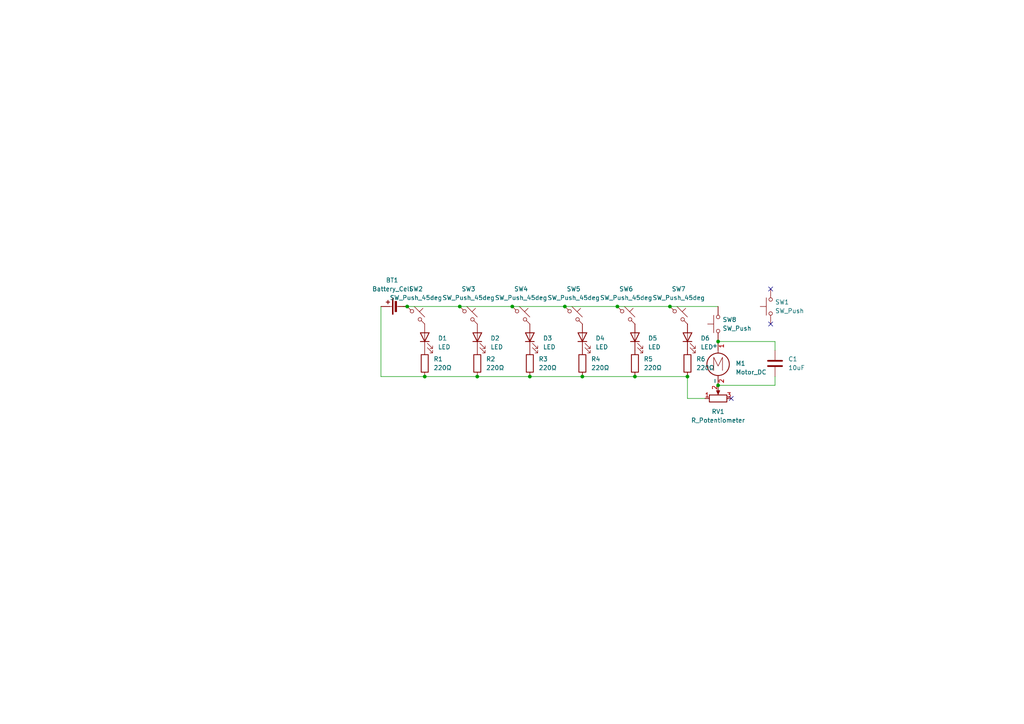
<source format=kicad_sch>
(kicad_sch (version 20231120) (generator "eeschema") (generator_version "8.0")
  (paper "A4")
  (lib_symbols
    (symbol "Device:Battery_Cell" (pin_numbers hide) (pin_names (offset 0) hide)
      (property "Reference" "BT" (at 2.54 2.54 0))
      (property "Value" "Battery_Cell" (at 2.54 0 0))
      (symbol "Battery_Cell_0_1"
        (rectangle (start -2.286 1.778) (end 2.286 1.524) (fill (type outline)))
        (rectangle (start -1.524 1.016) (end 1.524 0.508) (fill (type outline)))
        (polyline (pts (xy 0 0.762) (xy 0 0)))
        (polyline (pts (xy 0 1.778) (xy 0 2.54)))
        (polyline (pts (xy 0.762 3.048) (xy 1.778 3.048)) (stroke (width 0.254)))
        (polyline (pts (xy 1.27 3.556) (xy 1.27 2.54)) (stroke (width 0.254)))
      )
      (symbol "Battery_Cell_1_1"
        (pin passive line (at 0 5.08 270) (length 2.54) (name "+") (number "1"))
        (pin passive line (at 0 -2.54 90) (length 2.54) (name "-") (number "2"))
      )
    )
    (symbol "Device:C" (pin_numbers hide) (pin_names (offset 0.254))
      (property "Reference" "C" (at 0.635 2.54 0))
      (property "Value" "C" (at 0.635 -2.54 0))
      (symbol "C_0_1"
        (polyline (pts (xy -2.032 -0.762) (xy 2.032 -0.762)) (stroke (width 0.508)))
        (polyline (pts (xy -2.032 0.762) (xy 2.032 0.762)) (stroke (width 0.508)))
      )
      (symbol "C_1_1"
        (pin passive line (at 0 3.81 270) (length 2.794) (name "~") (number "1"))
        (pin passive line (at 0 -3.81 90) (length 2.794) (name "~") (number "2"))
      )
    )
    (symbol "Device:LED" (pin_numbers hide) (pin_names (offset 1.016) hide)
      (property "Reference" "D" (at 0 2.54 0))
      (property "Value" "LED" (at 0 -2.54 0))
      (symbol "LED_0_1"
        (polyline (pts (xy -1.27 -1.27) (xy -1.27 1.27)) (stroke (width 0.254)))
        (polyline (pts (xy -1.27 0) (xy 1.27 0)))
        (polyline (pts (xy 1.27 -1.27) (xy 1.27 1.27) (xy -1.27 0) (xy 1.27 -1.27)) (stroke (width 0.254)))
        (polyline (pts (xy -3.048 -0.762) (xy -4.572 -2.286) (xy -3.81 -2.286) (xy -4.572 -2.286) (xy -4.572 -1.524)))
        (polyline (pts (xy -1.778 -0.762) (xy -3.302 -2.286) (xy -2.54 -2.286) (xy -3.302 -2.286) (xy -3.302 -1.524)))
      )
      (symbol "LED_1_1"
        (pin passive line (at -3.81 0 0) (length 2.54) (name "K") (number "1"))
        (pin passive line (at 3.81 0 180) (length 2.54) (name "A") (number "2"))
      )
    )
    (symbol "Device:R" (pin_numbers hide) (pin_names (offset 0))
      (property "Reference" "R" (at 2.032 0 90))
      (property "Value" "R" (at 0 0 90))
      (symbol "R_0_1"
        (rectangle (start -1.016 -2.54) (end 1.016 2.54) (stroke (width 0.254)))
      )
      (symbol "R_1_1"
        (pin passive line (at 0 3.81 270) (length 1.27) (name "~") (number "1"))
        (pin passive line (at 0 -3.81 90) (length 1.27) (name "~") (number "2"))
      )
    )
    (symbol "Device:R_Potentiometer" (pin_names (offset 1.016) hide)
      (property "Reference" "RV" (at -4.445 0 90))
      (property "Value" "R_Potentiometer" (at -2.54 0 90))
      (symbol "R_Potentiometer_0_1"
        (polyline (pts (xy 2.54 0) (xy 1.524 0)))
        (polyline (pts (xy 1.143 0) (xy 2.286 0.508) (xy 2.286 -0.508) (xy 1.143 0)) (fill (type outline)))
        (rectangle (start 1.016 2.54) (end -1.016 -2.54) (stroke (width 0.254)))
      )
      (symbol "R_Potentiometer_1_1"
        (pin passive line (at 0 3.81 270) (length 1.27) (name "1") (number "1"))
        (pin passive line (at 3.81 0 180) (length 1.27) (name "2") (number "2"))
        (pin passive line (at 0 -3.81 90) (length 1.27) (name "3") (number "3"))
      )
    )
    (symbol "Motor:Motor_DC" (pin_names (offset 0))
      (property "Reference" "M" (at 2.54 2.54 0))
      (property "Value" "Motor_DC" (at 2.54 -5.08 0))
      (symbol "Motor_DC_0_0"
        (polyline (pts (xy -1.27 -3.302) (xy -1.27 0.508) (xy 0 -2.032) (xy 1.27 0.508) (xy 1.27 -3.302)))
      )
      (symbol "Motor_DC_0_1"
        (circle (center 0 -1.524) (radius 3.2512) (stroke (width 0.254)))
        (polyline (pts (xy 0 -7.62) (xy 0 -7.112)))
        (polyline (pts (xy 0 -4.7752) (xy 0 -5.1816)))
        (polyline (pts (xy 0 1.7272) (xy 0 2.0828)))
        (polyline (pts (xy 0 2.032) (xy 0 2.54)))
      )
      (symbol "Motor_DC_1_1"
        (pin passive line (at 0 5.08 270) (length 2.54) (name "+") (number "1"))
        (pin passive line (at 0 -7.62 90) (length 2.54) (name "-") (number "2"))
      )
    )
    (symbol "Switch:SW_Push" (pin_numbers hide) (pin_names (offset 1.016) hide)
      (property "Reference" "SW" (at 1.27 2.54 0))
      (property "Value" "SW_Push" (at 0 -1.524 0))
      (symbol "SW_Push_0_1"
        (circle (center -2.032 0) (radius 0.508))
        (polyline (pts (xy 0 1.27) (xy 0 3.048)))
        (polyline (pts (xy 2.54 1.27) (xy -2.54 1.27)))
        (circle (center 2.032 0) (radius 0.508))
        (pin passive line (at -5.08 0 0) (length 2.54) (name "1") (number "1"))
        (pin passive line (at 5.08 0 180) (length 2.54) (name "2") (number "2"))
      )
    )
    (symbol "Switch:SW_Push_45deg" (pin_numbers hide) (pin_names (offset 1.016) hide)
      (property "Reference" "SW" (at 3.048 1.016 0))
      (property "Value" "SW_Push_45deg" (at 0 -3.81 0))
      (symbol "SW_Push_45deg_0_1"
        (circle (center -1.1684 1.1684) (radius 0.508))
        (polyline (pts (xy -0.508 2.54) (xy 2.54 -0.508)))
        (polyline (pts (xy 1.016 1.016) (xy 2.032 2.032)))
        (polyline (pts (xy -2.54 2.54) (xy -1.524 1.524) (xy -1.524 1.524)))
        (polyline (pts (xy 1.524 -1.524) (xy 2.54 -2.54) (xy 2.54 -2.54) (xy 2.54 -2.54)))
        (circle (center 1.143 -1.1938) (radius 0.508))
        (pin passive line (at -2.54 2.54 0) (length 0) (name "1") (number "1"))
        (pin passive line (at 2.54 -2.54 180) (length 0) (name "2") (number "2"))
      )
    )
  )
  (junction (at 148.59 88.9))
  (junction (at 168.91 109.22))
  (junction (at 208.28 99.06))
  (junction (at 194.31 88.9))
  (junction (at 179.07 88.9))
  (junction (at 184.15 109.22))
  (junction (at 133.35 88.9))
  (junction (at 118.11 88.9))
  (junction (at 138.43 109.22))
  (junction (at 123.19 109.22))
  (junction (at 199.39 109.22))
  (junction (at 208.28 111.76))
  (junction (at 153.67 109.22))
  (junction (at 163.83 88.9))
  (no_connect (at 212.09 115.57))
  (no_connect (at 223.52 93.98))
  (no_connect (at 223.52 83.82))
  (wire (pts (xy 133.35 88.9) (xy 148.59 88.9)))
  (wire (pts (xy 163.83 88.9) (xy 179.07 88.9)))
  (wire (pts (xy 208.28 111.76) (xy 224.79 111.76)))
  (wire (pts (xy 184.15 109.22) (xy 168.91 109.22)))
  (wire (pts (xy 194.31 88.9) (xy 208.28 88.9)))
  (wire (pts (xy 224.79 99.06) (xy 224.79 101.6)))
  (wire (pts (xy 118.11 88.9) (xy 133.35 88.9)))
  (wire (pts (xy 153.67 109.22) (xy 138.43 109.22)))
  (wire (pts (xy 110.49 88.9) (xy 110.49 109.22)))
  (wire (pts (xy 123.19 109.22) (xy 110.49 109.22)))
  (wire (pts (xy 148.59 88.9) (xy 163.83 88.9)))
  (wire (pts (xy 116.84 88.9) (xy 118.11 88.9)))
  (wire (pts (xy 138.43 109.22) (xy 123.19 109.22)))
  (wire (pts (xy 204.47 115.57) (xy 199.39 115.57)))
  (wire (pts (xy 168.91 109.22) (xy 153.67 109.22)))
  (wire (pts (xy 179.07 88.9) (xy 194.31 88.9)))
  (wire (pts (xy 208.28 99.06) (xy 224.79 99.06)))
  (wire (pts (xy 224.79 109.22) (xy 224.79 111.76)))
  (wire (pts (xy 199.39 109.22) (xy 199.39 115.57)))
  (wire (pts (xy 199.39 109.22) (xy 184.15 109.22)))
  (symbol (lib_id "Device:LED") (at 184.15 97.79 90) (unit 1)
    (property "Reference" "D5" (at 187.96 98.1074 90) (effects (justify right)))
    (property "Value" "LED" (at 187.96 100.6474 90) (effects (justify right)))
    (property "Footprint" "LED_THT:LED_D5.0mm" (effects (hide yes)))
    (property "Description" "Light emitting diode" (effects (hide yes)))
  )
  (symbol (lib_id "Device:LED") (at 123.19 97.79 90) (unit 1)
    (property "Reference" "D1" (at 127 98.1074 90) (effects (justify right)))
    (property "Value" "LED" (at 127 100.6474 90) (effects (justify right)))
    (property "Footprint" "LED_THT:LED_D5.0mm" (effects (hide yes)))
    (property "Description" "Light emitting diode" (effects (hide yes)))
  )
  (symbol (lib_id "Device:Battery_Cell") (at 115.57 88.9 90) (unit 1)
    (property "Reference" "BT1" (at 113.7285 81.28 90))
    (property "Value" "Battery_Cell" (at 113.7285 83.82 90))
    (property "Footprint" "Battery:BatteryHolder_Keystone_3034_1x20mm" (effects (hide yes)))
    (property "Description" "Single-cell battery" (effects (hide yes)))
  )
  (symbol (lib_id "Switch:SW_Push_45deg") (at 196.85 91.44 0) (unit 1)
    (property "Reference" "SW7" (at 196.85 83.82 0))
    (property "Value" "SW_Push_45deg" (at 196.85 86.36 0))
    (property "Footprint" "Button_Switch_THT:SW_PUSH_6mm" (effects (hide yes)))
    (property "Description" "Push button switch, normally open, two pins, 45° tilted" (effects (hide yes)))
  )
  (symbol (lib_id "Device:C") (at 224.79 105.41 0) (unit 1)
    (property "Reference" "C1" (at 228.6 104.1399 0) (effects (justify left)))
    (property "Value" "10uF" (at 228.6 106.6799 0) (effects (justify left)))
    (property "Footprint" "Capacitor_THT:CP_Radial_D8.0mm_P5.00mm" (effects (hide yes)))
    (property "Description" "Unpolarized capacitor" (effects (hide yes)))
  )
  (symbol (lib_id "Switch:SW_Push_45deg") (at 151.13 91.44 0) (unit 1)
    (property "Reference" "SW4" (at 151.13 83.82 0))
    (property "Value" "SW_Push_45deg" (at 151.13 86.36 0))
    (property "Footprint" "Button_Switch_THT:SW_PUSH_6mm" (effects (hide yes)))
    (property "Description" "Push button switch, normally open, two pins, 45° tilted" (effects (hide yes)))
  )
  (symbol (lib_id "Device:R") (at 123.19 105.41 0) (unit 1)
    (property "Reference" "R1" (at 125.73 104.1399 0) (effects (justify left)))
    (property "Value" "220Ω" (at 125.73 106.6799 0) (effects (justify left)))
    (property "Footprint" "Resistor_THT:R_Axial_DIN0207_L6.3mm_D2.5mm_P7.62mm_Horizontal" (effects (hide yes)))
    (property "Description" "Resistor" (effects (hide yes)))
  )
  (symbol (lib_id "Switch:SW_Push_45deg") (at 135.89 91.44 0) (unit 1)
    (property "Reference" "SW3" (at 135.89 83.82 0))
    (property "Value" "SW_Push_45deg" (at 135.89 86.36 0))
    (property "Footprint" "Button_Switch_THT:SW_PUSH_6mm" (effects (hide yes)))
    (property "Description" "Push button switch, normally open, two pins, 45° tilted" (effects (hide yes)))
  )
  (symbol (lib_id "Switch:SW_Push_45deg") (at 181.61 91.44 0) (unit 1)
    (property "Reference" "SW6" (at 181.61 83.82 0))
    (property "Value" "SW_Push_45deg" (at 181.61 86.36 0))
    (property "Footprint" "Button_Switch_THT:SW_PUSH_6mm" (effects (hide yes)))
    (property "Description" "Push button switch, normally open, two pins, 45° tilted" (effects (hide yes)))
  )
  (symbol (lib_id "Device:R") (at 168.91 105.41 0) (unit 1)
    (property "Reference" "R4" (at 171.45 104.1399 0) (effects (justify left)))
    (property "Value" "220Ω" (at 171.45 106.6799 0) (effects (justify left)))
    (property "Footprint" "Resistor_THT:R_Axial_DIN0207_L6.3mm_D2.5mm_P7.62mm_Horizontal" (effects (hide yes)))
    (property "Description" "Resistor" (effects (hide yes)))
  )
  (symbol (lib_id "Switch:SW_Push_45deg") (at 166.37 91.44 0) (unit 1)
    (property "Reference" "SW5" (at 166.37 83.82 0))
    (property "Value" "SW_Push_45deg" (at 166.37 86.36 0))
    (property "Footprint" "Button_Switch_THT:SW_PUSH_6mm" (effects (hide yes)))
    (property "Description" "Push button switch, normally open, two pins, 45° tilted" (effects (hide yes)))
  )
  (symbol (lib_id "Device:R_Potentiometer") (at 208.28 115.57 90) (unit 1)
    (property "Reference" "RV1" (at 208.28 119.38 90))
    (property "Value" "R_Potentiometer" (at 208.28 121.92 90))
    (property "Footprint" "Potentiometer_THT:Potentiometer_Vishay_T73YP_Vertical" (effects (hide yes)))
    (property "Description" "Potentiometer" (effects (hide yes)))
  )
  (symbol (lib_id "Device:R") (at 199.39 105.41 0) (unit 1)
    (property "Reference" "R6" (at 201.93 104.1399 0) (effects (justify left)))
    (property "Value" "220Ω" (at 201.93 106.6799 0) (effects (justify left)))
    (property "Footprint" "Resistor_THT:R_Axial_DIN0207_L6.3mm_D2.5mm_P7.62mm_Horizontal" (effects (hide yes)))
    (property "Description" "Resistor" (effects (hide yes)))
  )
  (symbol (lib_id "Switch:SW_Push") (at 223.52 88.9 90) (unit 1)
    (property "Reference" "SW1" (at 224.79 87.6299 90) (effects (justify right)))
    (property "Value" "SW_Push" (at 224.79 90.1699 90) (effects (justify right)))
    (property "Footprint" "Button_Switch_THT:SW_PUSH_6mm" (effects (hide yes)))
    (property "Description" "Push button switch, generic, two pins" (effects (hide yes)))
  )
  (symbol (lib_id "Device:R") (at 153.67 105.41 0) (unit 1)
    (property "Reference" "R3" (at 156.21 104.1399 0) (effects (justify left)))
    (property "Value" "220Ω" (at 156.21 106.6799 0) (effects (justify left)))
    (property "Footprint" "Resistor_THT:R_Axial_DIN0207_L6.3mm_D2.5mm_P7.62mm_Horizontal" (effects (hide yes)))
    (property "Description" "Resistor" (effects (hide yes)))
  )
  (symbol (lib_id "Motor:Motor_DC") (at 208.28 104.14 0) (unit 1)
    (property "Reference" "M1" (at 213.36 105.4099 0) (effects (justify left)))
    (property "Value" "Motor_DC" (at 213.36 107.9499 0) (effects (justify left)))
    (property "Footprint" "Connector_PinHeader_2.54mm:PinHeader_1x02_P2.54mm_Vertical" (effects (hide yes)))
    (property "Description" "DC Motor" (effects (hide yes)))
  )
  (symbol (lib_id "Device:LED") (at 199.39 97.79 90) (unit 1)
    (property "Reference" "D6" (at 203.2 98.1074 90) (effects (justify right)))
    (property "Value" "LED" (at 203.2 100.6474 90) (effects (justify right)))
    (property "Footprint" "LED_THT:LED_D5.0mm" (effects (hide yes)))
    (property "Description" "Light emitting diode" (effects (hide yes)))
  )
  (symbol (lib_id "Device:LED") (at 153.67 97.79 90) (unit 1)
    (property "Reference" "D3" (at 157.48 98.1074 90) (effects (justify right)))
    (property "Value" "LED" (at 157.48 100.6474 90) (effects (justify right)))
    (property "Footprint" "LED_THT:LED_D5.0mm" (effects (hide yes)))
    (property "Description" "Light emitting diode" (effects (hide yes)))
  )
  (symbol (lib_id "Switch:SW_Push") (at 208.28 93.98 90) (unit 1)
    (property "Reference" "SW8" (at 209.55 92.7099 90) (effects (justify right)))
    (property "Value" "SW_Push" (at 209.55 95.2499 90) (effects (justify right)))
    (property "Footprint" "Button_Switch_THT:SW_PUSH_6mm" (effects (hide yes)))
    (property "Description" "Push button switch, generic, two pins" (effects (hide yes)))
  )
  (symbol (lib_id "Switch:SW_Push_45deg") (at 120.65 91.44 0) (unit 1)
    (property "Reference" "SW2" (at 120.65 83.82 0))
    (property "Value" "SW_Push_45deg" (at 120.65 86.36 0))
    (property "Footprint" "Button_Switch_THT:SW_PUSH_6mm" (effects (hide yes)))
    (property "Description" "Push button switch, normally open, two pins, 45° tilted" (effects (hide yes)))
  )
  (symbol (lib_id "Device:LED") (at 168.91 97.79 90) (unit 1)
    (property "Reference" "D4" (at 172.72 98.1074 90) (effects (justify right)))
    (property "Value" "LED" (at 172.72 100.6474 90) (effects (justify right)))
    (property "Footprint" "LED_THT:LED_D5.0mm" (effects (hide yes)))
    (property "Description" "Light emitting diode" (effects (hide yes)))
  )
  (symbol (lib_id "Device:R") (at 184.15 105.41 0) (unit 1)
    (property "Reference" "R5" (at 186.69 104.1399 0) (effects (justify left)))
    (property "Value" "220Ω" (at 186.69 106.6799 0) (effects (justify left)))
    (property "Footprint" "Resistor_THT:R_Axial_DIN0207_L6.3mm_D2.5mm_P7.62mm_Horizontal" (effects (hide yes)))
    (property "Description" "Resistor" (effects (hide yes)))
  )
  (symbol (lib_id "Device:R") (at 138.43 105.41 0) (unit 1)
    (property "Reference" "R2" (at 140.97 104.1399 0) (effects (justify left)))
    (property "Value" "220Ω" (at 140.97 106.6799 0) (effects (justify left)))
    (property "Footprint" "Resistor_THT:R_Axial_DIN0207_L6.3mm_D2.5mm_P7.62mm_Horizontal" (effects (hide yes)))
    (property "Description" "Resistor" (effects (hide yes)))
  )
  (symbol (lib_id "Device:LED") (at 138.43 97.79 90) (unit 1)
    (property "Reference" "D2" (at 142.24 98.1074 90) (effects (justify right)))
    (property "Value" "LED" (at 142.24 100.6474 90) (effects (justify right)))
    (property "Footprint" "LED_THT:LED_D5.0mm" (effects (hide yes)))
    (property "Description" "Light emitting diode" (effects (hide yes)))
  )
)
</source>
